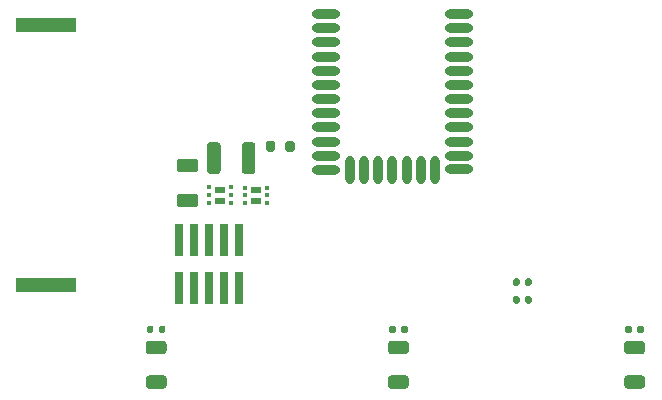
<source format=gbr>
%TF.GenerationSoftware,KiCad,Pcbnew,(5.1.9-0-10_14)*%
%TF.CreationDate,2021-07-01T16:44:21-07:00*%
%TF.ProjectId,vantroller_v5_switch,76616e74-726f-46c6-9c65-725f76355f73,rev?*%
%TF.SameCoordinates,Original*%
%TF.FileFunction,Paste,Top*%
%TF.FilePolarity,Positive*%
%FSLAX46Y46*%
G04 Gerber Fmt 4.6, Leading zero omitted, Abs format (unit mm)*
G04 Created by KiCad (PCBNEW (5.1.9-0-10_14)) date 2021-07-01 16:44:21*
%MOMM*%
%LPD*%
G01*
G04 APERTURE LIST*
%ADD10O,2.400000X0.800000*%
%ADD11O,0.800000X2.400000*%
%ADD12R,0.950000X0.613000*%
%ADD13R,0.325000X0.300000*%
%ADD14R,0.762000X2.794000*%
%ADD15R,5.080000X1.270000*%
G04 APERTURE END LIST*
D10*
%TO.C,U2*%
X52350000Y-100300000D03*
X52350000Y-101500000D03*
X52350000Y-102700000D03*
X52350000Y-103900000D03*
X52350000Y-105100000D03*
X52350000Y-106300000D03*
X52350000Y-107500000D03*
X52350000Y-108700000D03*
X52350000Y-109900000D03*
X52350000Y-111100000D03*
X52350000Y-112300000D03*
X52350000Y-113500000D03*
D11*
X54400000Y-113500000D03*
X55600000Y-113500000D03*
X56800000Y-113500000D03*
X58000000Y-113500000D03*
X59200000Y-113500000D03*
X60400000Y-113500000D03*
X61600000Y-113500000D03*
D10*
X63650000Y-113400000D03*
X63650000Y-112300000D03*
X63650000Y-111100000D03*
X63650000Y-109900000D03*
X63650000Y-108700000D03*
X63650000Y-107500000D03*
X63650000Y-106300000D03*
X63650000Y-105100000D03*
X63650000Y-103900000D03*
X63650000Y-102700000D03*
X63650000Y-101500000D03*
X63650000Y-100300000D03*
%TD*%
D12*
%TO.C,U6*%
X46450000Y-115183500D03*
X46450000Y-116116500D03*
D13*
X47375000Y-115000000D03*
X47375000Y-116300000D03*
X47375000Y-115650000D03*
X45525000Y-116300000D03*
X45525000Y-115650000D03*
X45525000Y-115000000D03*
%TD*%
D12*
%TO.C,U5*%
X43395001Y-115168501D03*
X43395001Y-116101501D03*
D13*
X44320001Y-114985001D03*
X44320001Y-116285001D03*
X44320001Y-115635001D03*
X42470001Y-116285001D03*
X42470001Y-115635001D03*
X42470001Y-114985001D03*
%TD*%
%TO.C,R28*%
G36*
G01*
X48075000Y-111225000D02*
X48075000Y-111775000D01*
G75*
G02*
X47875000Y-111975000I-200000J0D01*
G01*
X47475000Y-111975000D01*
G75*
G02*
X47275000Y-111775000I0J200000D01*
G01*
X47275000Y-111225000D01*
G75*
G02*
X47475000Y-111025000I200000J0D01*
G01*
X47875000Y-111025000D01*
G75*
G02*
X48075000Y-111225000I0J-200000D01*
G01*
G37*
G36*
G01*
X49725000Y-111225000D02*
X49725000Y-111775000D01*
G75*
G02*
X49525000Y-111975000I-200000J0D01*
G01*
X49125000Y-111975000D01*
G75*
G02*
X48925000Y-111775000I0J200000D01*
G01*
X48925000Y-111225000D01*
G75*
G02*
X49125000Y-111025000I200000J0D01*
G01*
X49525000Y-111025000D01*
G75*
G02*
X49725000Y-111225000I0J-200000D01*
G01*
G37*
%TD*%
%TO.C,R8*%
G36*
G01*
X69240000Y-124685000D02*
X69240000Y-124315000D01*
G75*
G02*
X69375000Y-124180000I135000J0D01*
G01*
X69645000Y-124180000D01*
G75*
G02*
X69780000Y-124315000I0J-135000D01*
G01*
X69780000Y-124685000D01*
G75*
G02*
X69645000Y-124820000I-135000J0D01*
G01*
X69375000Y-124820000D01*
G75*
G02*
X69240000Y-124685000I0J135000D01*
G01*
G37*
G36*
G01*
X68220000Y-124685000D02*
X68220000Y-124315000D01*
G75*
G02*
X68355000Y-124180000I135000J0D01*
G01*
X68625000Y-124180000D01*
G75*
G02*
X68760000Y-124315000I0J-135000D01*
G01*
X68760000Y-124685000D01*
G75*
G02*
X68625000Y-124820000I-135000J0D01*
G01*
X68355000Y-124820000D01*
G75*
G02*
X68220000Y-124685000I0J135000D01*
G01*
G37*
%TD*%
%TO.C,R7*%
G36*
G01*
X69240000Y-123185000D02*
X69240000Y-122815000D01*
G75*
G02*
X69375000Y-122680000I135000J0D01*
G01*
X69645000Y-122680000D01*
G75*
G02*
X69780000Y-122815000I0J-135000D01*
G01*
X69780000Y-123185000D01*
G75*
G02*
X69645000Y-123320000I-135000J0D01*
G01*
X69375000Y-123320000D01*
G75*
G02*
X69240000Y-123185000I0J135000D01*
G01*
G37*
G36*
G01*
X68220000Y-123185000D02*
X68220000Y-122815000D01*
G75*
G02*
X68355000Y-122680000I135000J0D01*
G01*
X68625000Y-122680000D01*
G75*
G02*
X68760000Y-122815000I0J-135000D01*
G01*
X68760000Y-123185000D01*
G75*
G02*
X68625000Y-123320000I-135000J0D01*
G01*
X68355000Y-123320000D01*
G75*
G02*
X68220000Y-123185000I0J135000D01*
G01*
G37*
%TD*%
%TO.C,R6*%
G36*
G01*
X77874999Y-130900000D02*
X79125001Y-130900000D01*
G75*
G02*
X79375000Y-131149999I0J-249999D01*
G01*
X79375000Y-131775001D01*
G75*
G02*
X79125001Y-132025000I-249999J0D01*
G01*
X77874999Y-132025000D01*
G75*
G02*
X77625000Y-131775001I0J249999D01*
G01*
X77625000Y-131149999D01*
G75*
G02*
X77874999Y-130900000I249999J0D01*
G01*
G37*
G36*
G01*
X77874999Y-127975000D02*
X79125001Y-127975000D01*
G75*
G02*
X79375000Y-128224999I0J-249999D01*
G01*
X79375000Y-128850001D01*
G75*
G02*
X79125001Y-129100000I-249999J0D01*
G01*
X77874999Y-129100000D01*
G75*
G02*
X77625000Y-128850001I0J249999D01*
G01*
X77625000Y-128224999D01*
G75*
G02*
X77874999Y-127975000I249999J0D01*
G01*
G37*
%TD*%
%TO.C,R5*%
G36*
G01*
X78740000Y-127185000D02*
X78740000Y-126815000D01*
G75*
G02*
X78875000Y-126680000I135000J0D01*
G01*
X79145000Y-126680000D01*
G75*
G02*
X79280000Y-126815000I0J-135000D01*
G01*
X79280000Y-127185000D01*
G75*
G02*
X79145000Y-127320000I-135000J0D01*
G01*
X78875000Y-127320000D01*
G75*
G02*
X78740000Y-127185000I0J135000D01*
G01*
G37*
G36*
G01*
X77720000Y-127185000D02*
X77720000Y-126815000D01*
G75*
G02*
X77855000Y-126680000I135000J0D01*
G01*
X78125000Y-126680000D01*
G75*
G02*
X78260000Y-126815000I0J-135000D01*
G01*
X78260000Y-127185000D01*
G75*
G02*
X78125000Y-127320000I-135000J0D01*
G01*
X77855000Y-127320000D01*
G75*
G02*
X77720000Y-127185000I0J135000D01*
G01*
G37*
%TD*%
%TO.C,R4*%
G36*
G01*
X57874999Y-130900000D02*
X59125001Y-130900000D01*
G75*
G02*
X59375000Y-131149999I0J-249999D01*
G01*
X59375000Y-131775001D01*
G75*
G02*
X59125001Y-132025000I-249999J0D01*
G01*
X57874999Y-132025000D01*
G75*
G02*
X57625000Y-131775001I0J249999D01*
G01*
X57625000Y-131149999D01*
G75*
G02*
X57874999Y-130900000I249999J0D01*
G01*
G37*
G36*
G01*
X57874999Y-127975000D02*
X59125001Y-127975000D01*
G75*
G02*
X59375000Y-128224999I0J-249999D01*
G01*
X59375000Y-128850001D01*
G75*
G02*
X59125001Y-129100000I-249999J0D01*
G01*
X57874999Y-129100000D01*
G75*
G02*
X57625000Y-128850001I0J249999D01*
G01*
X57625000Y-128224999D01*
G75*
G02*
X57874999Y-127975000I249999J0D01*
G01*
G37*
%TD*%
%TO.C,R3*%
G36*
G01*
X58740000Y-127185000D02*
X58740000Y-126815000D01*
G75*
G02*
X58875000Y-126680000I135000J0D01*
G01*
X59145000Y-126680000D01*
G75*
G02*
X59280000Y-126815000I0J-135000D01*
G01*
X59280000Y-127185000D01*
G75*
G02*
X59145000Y-127320000I-135000J0D01*
G01*
X58875000Y-127320000D01*
G75*
G02*
X58740000Y-127185000I0J135000D01*
G01*
G37*
G36*
G01*
X57720000Y-127185000D02*
X57720000Y-126815000D01*
G75*
G02*
X57855000Y-126680000I135000J0D01*
G01*
X58125000Y-126680000D01*
G75*
G02*
X58260000Y-126815000I0J-135000D01*
G01*
X58260000Y-127185000D01*
G75*
G02*
X58125000Y-127320000I-135000J0D01*
G01*
X57855000Y-127320000D01*
G75*
G02*
X57720000Y-127185000I0J135000D01*
G01*
G37*
%TD*%
%TO.C,R2*%
G36*
G01*
X37374999Y-130900000D02*
X38625001Y-130900000D01*
G75*
G02*
X38875000Y-131149999I0J-249999D01*
G01*
X38875000Y-131775001D01*
G75*
G02*
X38625001Y-132025000I-249999J0D01*
G01*
X37374999Y-132025000D01*
G75*
G02*
X37125000Y-131775001I0J249999D01*
G01*
X37125000Y-131149999D01*
G75*
G02*
X37374999Y-130900000I249999J0D01*
G01*
G37*
G36*
G01*
X37374999Y-127975000D02*
X38625001Y-127975000D01*
G75*
G02*
X38875000Y-128224999I0J-249999D01*
G01*
X38875000Y-128850001D01*
G75*
G02*
X38625001Y-129100000I-249999J0D01*
G01*
X37374999Y-129100000D01*
G75*
G02*
X37125000Y-128850001I0J249999D01*
G01*
X37125000Y-128224999D01*
G75*
G02*
X37374999Y-127975000I249999J0D01*
G01*
G37*
%TD*%
%TO.C,R1*%
G36*
G01*
X38240000Y-127185000D02*
X38240000Y-126815000D01*
G75*
G02*
X38375000Y-126680000I135000J0D01*
G01*
X38645000Y-126680000D01*
G75*
G02*
X38780000Y-126815000I0J-135000D01*
G01*
X38780000Y-127185000D01*
G75*
G02*
X38645000Y-127320000I-135000J0D01*
G01*
X38375000Y-127320000D01*
G75*
G02*
X38240000Y-127185000I0J135000D01*
G01*
G37*
G36*
G01*
X37220000Y-127185000D02*
X37220000Y-126815000D01*
G75*
G02*
X37355000Y-126680000I135000J0D01*
G01*
X37625000Y-126680000D01*
G75*
G02*
X37760000Y-126815000I0J-135000D01*
G01*
X37760000Y-127185000D01*
G75*
G02*
X37625000Y-127320000I-135000J0D01*
G01*
X37355000Y-127320000D01*
G75*
G02*
X37220000Y-127185000I0J135000D01*
G01*
G37*
%TD*%
D14*
%TO.C,J3*%
X39960000Y-123532000D03*
X39960000Y-119468000D03*
X41230000Y-123532000D03*
X41230000Y-119468000D03*
X42500000Y-123532000D03*
X42500000Y-119468000D03*
X43770000Y-123532000D03*
X43770000Y-119468000D03*
X45040000Y-123532000D03*
X45040000Y-119468000D03*
%TD*%
%TO.C,C7*%
G36*
G01*
X43450000Y-111399999D02*
X43450000Y-113600001D01*
G75*
G02*
X43200001Y-113850000I-249999J0D01*
G01*
X42549999Y-113850000D01*
G75*
G02*
X42300000Y-113600001I0J249999D01*
G01*
X42300000Y-111399999D01*
G75*
G02*
X42549999Y-111150000I249999J0D01*
G01*
X43200001Y-111150000D01*
G75*
G02*
X43450000Y-111399999I0J-249999D01*
G01*
G37*
G36*
G01*
X46400000Y-111399999D02*
X46400000Y-113600001D01*
G75*
G02*
X46150001Y-113850000I-249999J0D01*
G01*
X45499999Y-113850000D01*
G75*
G02*
X45250000Y-113600001I0J249999D01*
G01*
X45250000Y-111399999D01*
G75*
G02*
X45499999Y-111150000I249999J0D01*
G01*
X46150001Y-111150000D01*
G75*
G02*
X46400000Y-111399999I0J-249999D01*
G01*
G37*
%TD*%
%TO.C,C4*%
G36*
G01*
X41300001Y-113700000D02*
X39999999Y-113700000D01*
G75*
G02*
X39750000Y-113450001I0J249999D01*
G01*
X39750000Y-112799999D01*
G75*
G02*
X39999999Y-112550000I249999J0D01*
G01*
X41300001Y-112550000D01*
G75*
G02*
X41550000Y-112799999I0J-249999D01*
G01*
X41550000Y-113450001D01*
G75*
G02*
X41300001Y-113700000I-249999J0D01*
G01*
G37*
G36*
G01*
X41300001Y-116650000D02*
X39999999Y-116650000D01*
G75*
G02*
X39750000Y-116400001I0J249999D01*
G01*
X39750000Y-115749999D01*
G75*
G02*
X39999999Y-115500000I249999J0D01*
G01*
X41300001Y-115500000D01*
G75*
G02*
X41550000Y-115749999I0J-249999D01*
G01*
X41550000Y-116400001D01*
G75*
G02*
X41300001Y-116650000I-249999J0D01*
G01*
G37*
%TD*%
D15*
%TO.C,BT1*%
X28650000Y-101265000D03*
X28650000Y-123235000D03*
%TD*%
M02*

</source>
